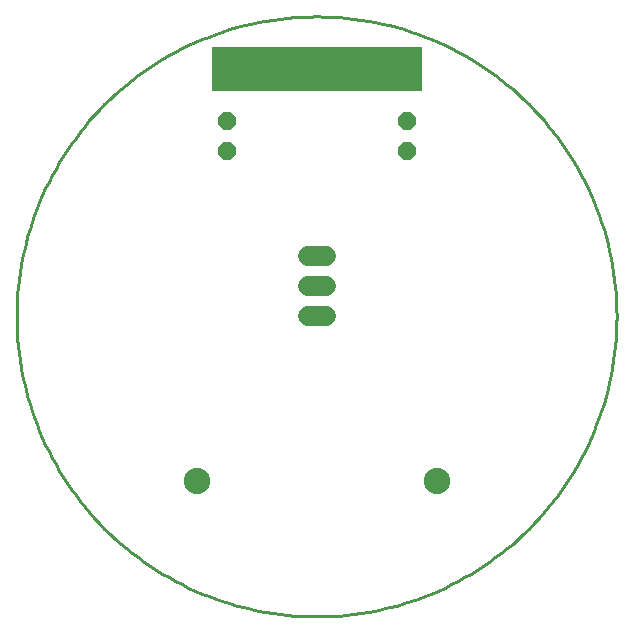
<source format=gbs>
G75*
%MOIN*%
%OFA0B0*%
%FSLAX25Y25*%
%IPPOS*%
%LPD*%
%AMOC8*
5,1,8,0,0,1.08239X$1,22.5*
%
%ADD10C,0.01000*%
%ADD11R,0.70000X0.15000*%
%ADD12C,0.08800*%
%ADD13OC8,0.06000*%
%ADD14C,0.06800*%
D10*
X0001500Y0101500D02*
X0001530Y0103954D01*
X0001620Y0106407D01*
X0001771Y0108856D01*
X0001982Y0111302D01*
X0002252Y0113741D01*
X0002582Y0116173D01*
X0002972Y0118596D01*
X0003421Y0121009D01*
X0003930Y0123410D01*
X0004497Y0125798D01*
X0005122Y0128171D01*
X0005806Y0130528D01*
X0006547Y0132868D01*
X0007346Y0135189D01*
X0008201Y0137490D01*
X0009112Y0139768D01*
X0010079Y0142024D01*
X0011101Y0144256D01*
X0012178Y0146461D01*
X0013308Y0148640D01*
X0014491Y0150790D01*
X0015727Y0152910D01*
X0017015Y0155000D01*
X0018353Y0157057D01*
X0019742Y0159081D01*
X0021179Y0161070D01*
X0022665Y0163023D01*
X0024199Y0164939D01*
X0025779Y0166817D01*
X0027405Y0168656D01*
X0029075Y0170454D01*
X0030789Y0172211D01*
X0032546Y0173925D01*
X0034344Y0175595D01*
X0036183Y0177221D01*
X0038061Y0178801D01*
X0039977Y0180335D01*
X0041930Y0181821D01*
X0043919Y0183258D01*
X0045943Y0184647D01*
X0048000Y0185985D01*
X0050090Y0187273D01*
X0052210Y0188509D01*
X0054360Y0189692D01*
X0056539Y0190822D01*
X0058744Y0191899D01*
X0060976Y0192921D01*
X0063232Y0193888D01*
X0065510Y0194799D01*
X0067811Y0195654D01*
X0070132Y0196453D01*
X0072472Y0197194D01*
X0074829Y0197878D01*
X0077202Y0198503D01*
X0079590Y0199070D01*
X0081991Y0199579D01*
X0084404Y0200028D01*
X0086827Y0200418D01*
X0089259Y0200748D01*
X0091698Y0201018D01*
X0094144Y0201229D01*
X0096593Y0201380D01*
X0099046Y0201470D01*
X0101500Y0201500D01*
X0103954Y0201470D01*
X0106407Y0201380D01*
X0108856Y0201229D01*
X0111302Y0201018D01*
X0113741Y0200748D01*
X0116173Y0200418D01*
X0118596Y0200028D01*
X0121009Y0199579D01*
X0123410Y0199070D01*
X0125798Y0198503D01*
X0128171Y0197878D01*
X0130528Y0197194D01*
X0132868Y0196453D01*
X0135189Y0195654D01*
X0137490Y0194799D01*
X0139768Y0193888D01*
X0142024Y0192921D01*
X0144256Y0191899D01*
X0146461Y0190822D01*
X0148640Y0189692D01*
X0150790Y0188509D01*
X0152910Y0187273D01*
X0155000Y0185985D01*
X0157057Y0184647D01*
X0159081Y0183258D01*
X0161070Y0181821D01*
X0163023Y0180335D01*
X0164939Y0178801D01*
X0166817Y0177221D01*
X0168656Y0175595D01*
X0170454Y0173925D01*
X0172211Y0172211D01*
X0173925Y0170454D01*
X0175595Y0168656D01*
X0177221Y0166817D01*
X0178801Y0164939D01*
X0180335Y0163023D01*
X0181821Y0161070D01*
X0183258Y0159081D01*
X0184647Y0157057D01*
X0185985Y0155000D01*
X0187273Y0152910D01*
X0188509Y0150790D01*
X0189692Y0148640D01*
X0190822Y0146461D01*
X0191899Y0144256D01*
X0192921Y0142024D01*
X0193888Y0139768D01*
X0194799Y0137490D01*
X0195654Y0135189D01*
X0196453Y0132868D01*
X0197194Y0130528D01*
X0197878Y0128171D01*
X0198503Y0125798D01*
X0199070Y0123410D01*
X0199579Y0121009D01*
X0200028Y0118596D01*
X0200418Y0116173D01*
X0200748Y0113741D01*
X0201018Y0111302D01*
X0201229Y0108856D01*
X0201380Y0106407D01*
X0201470Y0103954D01*
X0201500Y0101500D01*
X0201470Y0099046D01*
X0201380Y0096593D01*
X0201229Y0094144D01*
X0201018Y0091698D01*
X0200748Y0089259D01*
X0200418Y0086827D01*
X0200028Y0084404D01*
X0199579Y0081991D01*
X0199070Y0079590D01*
X0198503Y0077202D01*
X0197878Y0074829D01*
X0197194Y0072472D01*
X0196453Y0070132D01*
X0195654Y0067811D01*
X0194799Y0065510D01*
X0193888Y0063232D01*
X0192921Y0060976D01*
X0191899Y0058744D01*
X0190822Y0056539D01*
X0189692Y0054360D01*
X0188509Y0052210D01*
X0187273Y0050090D01*
X0185985Y0048000D01*
X0184647Y0045943D01*
X0183258Y0043919D01*
X0181821Y0041930D01*
X0180335Y0039977D01*
X0178801Y0038061D01*
X0177221Y0036183D01*
X0175595Y0034344D01*
X0173925Y0032546D01*
X0172211Y0030789D01*
X0170454Y0029075D01*
X0168656Y0027405D01*
X0166817Y0025779D01*
X0164939Y0024199D01*
X0163023Y0022665D01*
X0161070Y0021179D01*
X0159081Y0019742D01*
X0157057Y0018353D01*
X0155000Y0017015D01*
X0152910Y0015727D01*
X0150790Y0014491D01*
X0148640Y0013308D01*
X0146461Y0012178D01*
X0144256Y0011101D01*
X0142024Y0010079D01*
X0139768Y0009112D01*
X0137490Y0008201D01*
X0135189Y0007346D01*
X0132868Y0006547D01*
X0130528Y0005806D01*
X0128171Y0005122D01*
X0125798Y0004497D01*
X0123410Y0003930D01*
X0121009Y0003421D01*
X0118596Y0002972D01*
X0116173Y0002582D01*
X0113741Y0002252D01*
X0111302Y0001982D01*
X0108856Y0001771D01*
X0106407Y0001620D01*
X0103954Y0001530D01*
X0101500Y0001500D01*
X0099046Y0001530D01*
X0096593Y0001620D01*
X0094144Y0001771D01*
X0091698Y0001982D01*
X0089259Y0002252D01*
X0086827Y0002582D01*
X0084404Y0002972D01*
X0081991Y0003421D01*
X0079590Y0003930D01*
X0077202Y0004497D01*
X0074829Y0005122D01*
X0072472Y0005806D01*
X0070132Y0006547D01*
X0067811Y0007346D01*
X0065510Y0008201D01*
X0063232Y0009112D01*
X0060976Y0010079D01*
X0058744Y0011101D01*
X0056539Y0012178D01*
X0054360Y0013308D01*
X0052210Y0014491D01*
X0050090Y0015727D01*
X0048000Y0017015D01*
X0045943Y0018353D01*
X0043919Y0019742D01*
X0041930Y0021179D01*
X0039977Y0022665D01*
X0038061Y0024199D01*
X0036183Y0025779D01*
X0034344Y0027405D01*
X0032546Y0029075D01*
X0030789Y0030789D01*
X0029075Y0032546D01*
X0027405Y0034344D01*
X0025779Y0036183D01*
X0024199Y0038061D01*
X0022665Y0039977D01*
X0021179Y0041930D01*
X0019742Y0043919D01*
X0018353Y0045943D01*
X0017015Y0048000D01*
X0015727Y0050090D01*
X0014491Y0052210D01*
X0013308Y0054360D01*
X0012178Y0056539D01*
X0011101Y0058744D01*
X0010079Y0060976D01*
X0009112Y0063232D01*
X0008201Y0065510D01*
X0007346Y0067811D01*
X0006547Y0070132D01*
X0005806Y0072472D01*
X0005122Y0074829D01*
X0004497Y0077202D01*
X0003930Y0079590D01*
X0003421Y0081991D01*
X0002972Y0084404D01*
X0002582Y0086827D01*
X0002252Y0089259D01*
X0001982Y0091698D01*
X0001771Y0094144D01*
X0001620Y0096593D01*
X0001530Y0099046D01*
X0001500Y0101500D01*
D11*
X0101500Y0184000D03*
D12*
X0061500Y0046500D03*
X0141500Y0046500D03*
D13*
X0131500Y0156500D03*
X0131500Y0166500D03*
X0071500Y0166500D03*
X0071500Y0156500D03*
D14*
X0098500Y0121500D02*
X0104500Y0121500D01*
X0104500Y0111500D02*
X0098500Y0111500D01*
X0098500Y0101500D02*
X0104500Y0101500D01*
M02*

</source>
